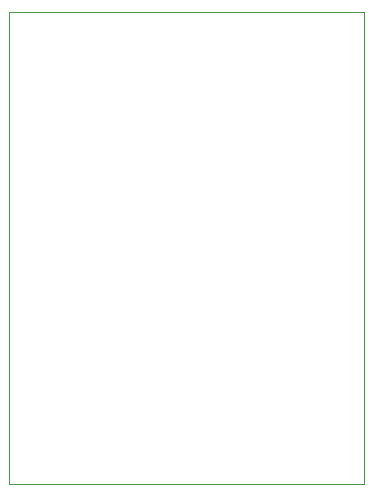
<source format=gbr>
G04 (created by PCBNEW (22-Jun-2014 BZR 4027)-stable) date Thu 09 Jul 2015 06:25:10 AM CDT*
%MOIN*%
G04 Gerber Fmt 3.4, Leading zero omitted, Abs format*
%FSLAX34Y34*%
G01*
G70*
G90*
G04 APERTURE LIST*
%ADD10C,0.00590551*%
%ADD11C,0.00393701*%
G04 APERTURE END LIST*
G54D10*
G54D11*
X17322Y-5511D02*
X5511Y-5511D01*
X17322Y-21220D02*
X17322Y-5511D01*
X5511Y-21235D02*
X17322Y-21235D01*
X5511Y-5511D02*
X5511Y-21220D01*
M02*

</source>
